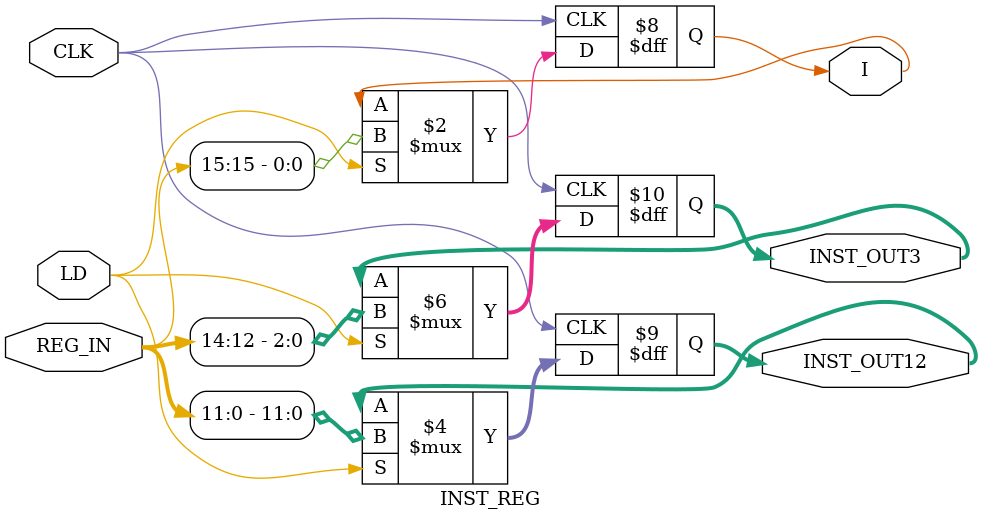
<source format=v>


 `timescale 1ns/1ns
 module INST_REG(
            output reg[11:0]INST_OUT12,
	    output reg[2:0]INST_OUT3,
	    output reg I,
            input [15:0]REG_IN,
            input CLK,LD );
   //reg [15:0]temp;

 always @(posedge CLK)

  if(LD)
    {I,INST_OUT3,INST_OUT12} <= REG_IN;
  endmodule
       

</source>
